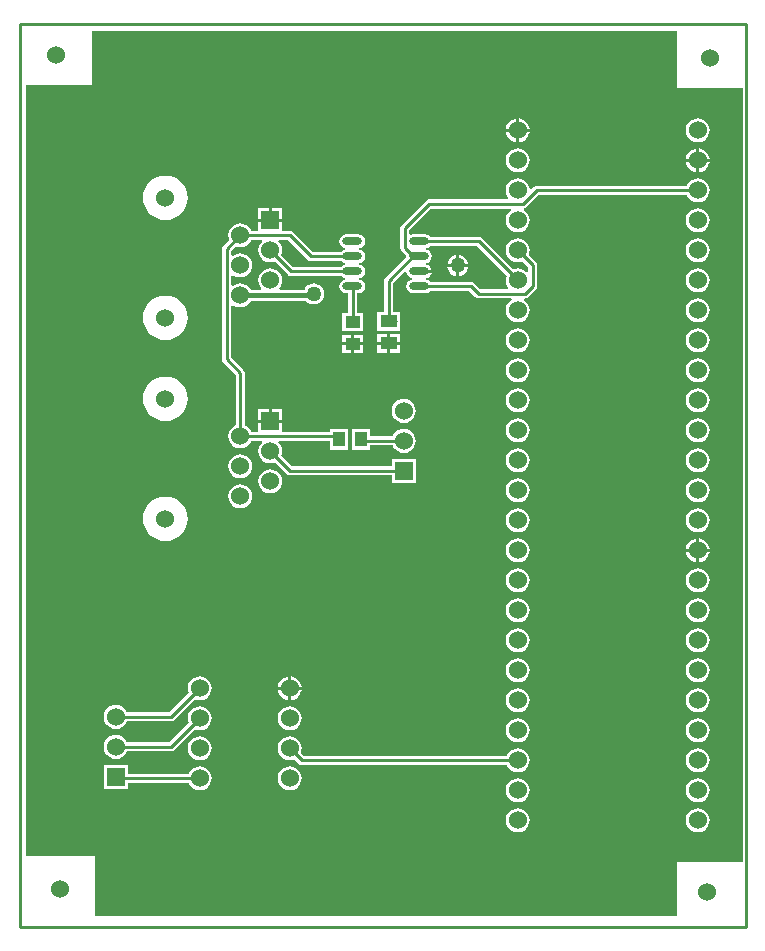
<source format=gtl>
G04*
G04 #@! TF.GenerationSoftware,Altium Limited,Altium Designer,19.1.8 (144)*
G04*
G04 Layer_Physical_Order=1*
G04 Layer_Color=255*
%FSLAX25Y25*%
%MOIN*%
G70*
G01*
G75*
%ADD12C,0.01000*%
%ADD14R,0.04134X0.05118*%
%ADD15R,0.05512X0.04134*%
%ADD16R,0.05118X0.04134*%
%ADD17O,0.06496X0.02559*%
%ADD25C,0.01500*%
%ADD26C,0.06000*%
%ADD27R,0.06000X0.06000*%
%ADD28C,0.05000*%
G36*
X220000Y280500D02*
X242000D01*
X242000Y22500D01*
X220000D01*
Y4500D01*
X26000D01*
Y24500D01*
X3000Y24500D01*
X3000Y281500D01*
X25000D01*
Y299500D01*
X220000D01*
X220000Y280500D01*
D02*
G37*
%LPC*%
G36*
X167500Y270469D02*
Y267000D01*
X170969D01*
X170897Y267544D01*
X170494Y268517D01*
X169853Y269353D01*
X169017Y269994D01*
X168044Y270397D01*
X167500Y270469D01*
D02*
G37*
G36*
X166500D02*
X165956Y270397D01*
X164983Y269994D01*
X164147Y269353D01*
X163506Y268517D01*
X163103Y267544D01*
X163031Y267000D01*
X166500D01*
Y270469D01*
D02*
G37*
G36*
X170969Y266000D02*
X167500D01*
Y262531D01*
X168044Y262603D01*
X169017Y263006D01*
X169853Y263647D01*
X170494Y264483D01*
X170897Y265456D01*
X170969Y266000D01*
D02*
G37*
G36*
X166500D02*
X163031D01*
X163103Y265456D01*
X163506Y264483D01*
X164147Y263647D01*
X164983Y263006D01*
X165956Y262603D01*
X166500Y262531D01*
Y266000D01*
D02*
G37*
G36*
X227000Y270534D02*
X225956Y270397D01*
X224983Y269994D01*
X224147Y269353D01*
X223506Y268517D01*
X223103Y267544D01*
X222966Y266500D01*
X223103Y265456D01*
X223506Y264483D01*
X224147Y263647D01*
X224983Y263006D01*
X225956Y262603D01*
X227000Y262466D01*
X228044Y262603D01*
X229017Y263006D01*
X229853Y263647D01*
X230494Y264483D01*
X230897Y265456D01*
X231034Y266500D01*
X230897Y267544D01*
X230494Y268517D01*
X229853Y269353D01*
X229017Y269994D01*
X228044Y270397D01*
X227000Y270534D01*
D02*
G37*
G36*
X227500Y260469D02*
Y257000D01*
X230969D01*
X230897Y257544D01*
X230494Y258517D01*
X229853Y259353D01*
X229017Y259994D01*
X228044Y260397D01*
X227500Y260469D01*
D02*
G37*
G36*
X226500D02*
X225956Y260397D01*
X224983Y259994D01*
X224147Y259353D01*
X223506Y258517D01*
X223103Y257544D01*
X223031Y257000D01*
X226500D01*
Y260469D01*
D02*
G37*
G36*
X230969Y256000D02*
X227500D01*
Y252531D01*
X228044Y252603D01*
X229017Y253006D01*
X229853Y253647D01*
X230494Y254483D01*
X230897Y255456D01*
X230969Y256000D01*
D02*
G37*
G36*
X226500D02*
X223031D01*
X223103Y255456D01*
X223506Y254483D01*
X224147Y253647D01*
X224983Y253006D01*
X225956Y252603D01*
X226500Y252531D01*
Y256000D01*
D02*
G37*
G36*
X167000Y260535D02*
X165956Y260397D01*
X164983Y259994D01*
X164147Y259353D01*
X163506Y258517D01*
X163103Y257544D01*
X162966Y256500D01*
X163103Y255456D01*
X163506Y254483D01*
X164147Y253647D01*
X164983Y253006D01*
X165956Y252603D01*
X167000Y252466D01*
X168044Y252603D01*
X169017Y253006D01*
X169853Y253647D01*
X170494Y254483D01*
X170897Y255456D01*
X171035Y256500D01*
X170897Y257544D01*
X170494Y258517D01*
X169853Y259353D01*
X169017Y259994D01*
X168044Y260397D01*
X167000Y260535D01*
D02*
G37*
G36*
X227000Y250535D02*
X225956Y250397D01*
X224983Y249994D01*
X224147Y249353D01*
X223506Y248517D01*
X223304Y248029D01*
X173364D01*
X172779Y247913D01*
X172283Y247581D01*
X171500Y246798D01*
X170972Y246978D01*
X170897Y247544D01*
X170494Y248517D01*
X169853Y249353D01*
X169017Y249994D01*
X168044Y250397D01*
X167000Y250535D01*
X165956Y250397D01*
X164983Y249994D01*
X164147Y249353D01*
X163506Y248517D01*
X163103Y247544D01*
X162966Y246500D01*
X163103Y245456D01*
X163506Y244483D01*
X163890Y243983D01*
X163643Y243483D01*
X137454D01*
X136868Y243367D01*
X136372Y243035D01*
X128293Y234956D01*
X127961Y234459D01*
X127845Y233874D01*
Y227279D01*
X127961Y226694D01*
X128293Y226198D01*
X129856Y224635D01*
X129829Y224500D01*
X129856Y224365D01*
X122919Y217428D01*
X122587Y216932D01*
X122471Y216347D01*
Y205850D01*
X120244D01*
Y199716D01*
X127756D01*
Y202636D01*
X127785Y202783D01*
X127756Y202931D01*
Y205850D01*
X125529D01*
Y215713D01*
X129369Y219552D01*
X129862Y219338D01*
X130006Y218611D01*
X130510Y217857D01*
X131264Y217353D01*
X131756Y217255D01*
Y216745D01*
X131264Y216647D01*
X130510Y216143D01*
X130006Y215389D01*
X129829Y214500D01*
X130006Y213611D01*
X130510Y212857D01*
X131264Y212353D01*
X132153Y212176D01*
X136091D01*
X136980Y212353D01*
X137734Y212857D01*
X137810Y212971D01*
X150805D01*
X152857Y210919D01*
X153353Y210587D01*
X153938Y210471D01*
X164700D01*
X164955Y210024D01*
X164952Y209971D01*
X164147Y209353D01*
X163506Y208517D01*
X163103Y207544D01*
X162966Y206500D01*
X163103Y205456D01*
X163506Y204483D01*
X164147Y203647D01*
X164983Y203006D01*
X165956Y202603D01*
X167000Y202466D01*
X168044Y202603D01*
X169017Y203006D01*
X169853Y203647D01*
X170494Y204483D01*
X170897Y205456D01*
X171035Y206500D01*
X170897Y207544D01*
X170494Y208517D01*
X169853Y209353D01*
X169048Y209971D01*
X169045Y210024D01*
X169300Y210471D01*
X169500D01*
X170085Y210587D01*
X170581Y210919D01*
X173081Y213419D01*
X173413Y213915D01*
X173529Y214500D01*
Y221500D01*
X173413Y222085D01*
X173081Y222581D01*
X170695Y224968D01*
X170897Y225456D01*
X171035Y226500D01*
X170897Y227544D01*
X170494Y228517D01*
X169853Y229353D01*
X169017Y229994D01*
X168044Y230397D01*
X167000Y230535D01*
X165956Y230397D01*
X164983Y229994D01*
X164147Y229353D01*
X163506Y228517D01*
X163103Y227544D01*
X162966Y226500D01*
X163103Y225456D01*
X163506Y224483D01*
X164147Y223647D01*
X164983Y223006D01*
X165956Y222603D01*
X167000Y222465D01*
X168044Y222603D01*
X168532Y222805D01*
X170471Y220866D01*
Y219325D01*
X169997Y219165D01*
X169853Y219353D01*
X169017Y219994D01*
X168044Y220397D01*
X167000Y220534D01*
X165956Y220397D01*
X165468Y220195D01*
X155081Y230581D01*
X154585Y230913D01*
X154000Y231029D01*
X137810D01*
X137734Y231143D01*
X136980Y231647D01*
X136091Y231824D01*
X132153D01*
X131403Y231675D01*
X130903Y231962D01*
Y233241D01*
X138087Y240424D01*
X164760D01*
X164826Y240296D01*
X164892Y239924D01*
X164147Y239353D01*
X163506Y238517D01*
X163103Y237544D01*
X162966Y236500D01*
X163103Y235456D01*
X163506Y234483D01*
X164147Y233647D01*
X164983Y233006D01*
X165956Y232603D01*
X167000Y232466D01*
X168044Y232603D01*
X169017Y233006D01*
X169853Y233647D01*
X170494Y234483D01*
X170897Y235456D01*
X171035Y236500D01*
X170897Y237544D01*
X170494Y238517D01*
X169853Y239353D01*
X169059Y239962D01*
X169051Y240135D01*
X169133Y240487D01*
X169403Y240541D01*
X169899Y240872D01*
X173997Y244971D01*
X223304D01*
X223506Y244483D01*
X224147Y243647D01*
X224983Y243006D01*
X225956Y242603D01*
X227000Y242465D01*
X228044Y242603D01*
X229017Y243006D01*
X229853Y243647D01*
X230494Y244483D01*
X230897Y245456D01*
X231034Y246500D01*
X230897Y247544D01*
X230494Y248517D01*
X229853Y249353D01*
X229017Y249994D01*
X228044Y250397D01*
X227000Y250535D01*
D02*
G37*
G36*
X88500Y240500D02*
X85000D01*
Y237000D01*
X88500D01*
Y240500D01*
D02*
G37*
G36*
X84000D02*
X80500D01*
Y237000D01*
X84000D01*
Y240500D01*
D02*
G37*
G36*
X49500Y251433D02*
X48050Y251291D01*
X46655Y250868D01*
X45370Y250181D01*
X44244Y249256D01*
X43319Y248130D01*
X42632Y246845D01*
X42209Y245450D01*
X42067Y244000D01*
X42209Y242550D01*
X42632Y241155D01*
X43319Y239870D01*
X44244Y238744D01*
X45370Y237819D01*
X46655Y237132D01*
X48050Y236709D01*
X49500Y236567D01*
X50950Y236709D01*
X52345Y237132D01*
X53630Y237819D01*
X54756Y238744D01*
X55681Y239870D01*
X56368Y241155D01*
X56791Y242550D01*
X56933Y244000D01*
X56791Y245450D01*
X56368Y246845D01*
X55681Y248130D01*
X54756Y249256D01*
X53630Y250181D01*
X52345Y250868D01*
X50950Y251291D01*
X49500Y251433D01*
D02*
G37*
G36*
X88500Y236000D02*
X84500D01*
X80500D01*
Y233029D01*
X78196D01*
X77994Y233517D01*
X77353Y234353D01*
X76517Y234994D01*
X75544Y235397D01*
X74500Y235535D01*
X73456Y235397D01*
X72483Y234994D01*
X71647Y234353D01*
X71006Y233517D01*
X70603Y232544D01*
X70465Y231500D01*
X70603Y230456D01*
X70805Y229968D01*
X68919Y228081D01*
X68587Y227585D01*
X68471Y227000D01*
Y190176D01*
X68587Y189591D01*
X68919Y189095D01*
X72971Y185043D01*
Y168196D01*
X72483Y167994D01*
X71647Y167353D01*
X71006Y166517D01*
X70603Y165544D01*
X70465Y164500D01*
X70603Y163456D01*
X71006Y162483D01*
X71647Y161647D01*
X72483Y161006D01*
X73456Y160603D01*
X74500Y160466D01*
X75544Y160603D01*
X76517Y161006D01*
X77353Y161647D01*
X77994Y162483D01*
X78196Y162971D01*
X81674D01*
X81835Y162497D01*
X81647Y162353D01*
X81006Y161517D01*
X80603Y160544D01*
X80466Y159500D01*
X80603Y158456D01*
X81006Y157483D01*
X81647Y156647D01*
X82483Y156006D01*
X83456Y155603D01*
X84500Y155465D01*
X85544Y155603D01*
X86032Y155805D01*
X89919Y151919D01*
X90415Y151587D01*
X91000Y151471D01*
X125000D01*
Y149000D01*
X133000D01*
Y157000D01*
X125000D01*
Y154529D01*
X91633D01*
X88195Y157968D01*
X88397Y158456D01*
X88534Y159500D01*
X88397Y160544D01*
X87994Y161517D01*
X87353Y162353D01*
X87165Y162497D01*
X87326Y162971D01*
X104433D01*
Y159941D01*
X110567D01*
Y167059D01*
X104433D01*
Y166029D01*
X88500D01*
Y169000D01*
X84500D01*
X80500D01*
Y166029D01*
X78196D01*
X77994Y166517D01*
X77353Y167353D01*
X76517Y167994D01*
X76029Y168196D01*
Y185677D01*
X75913Y186262D01*
X75581Y186758D01*
X71529Y190810D01*
Y208107D01*
X72029Y208354D01*
X72483Y208006D01*
X73456Y207603D01*
X74500Y207466D01*
X75544Y207603D01*
X76517Y208006D01*
X77353Y208647D01*
X77994Y209483D01*
X78091Y209716D01*
X96341D01*
X96504Y209504D01*
X97235Y208943D01*
X98086Y208590D01*
X99000Y208470D01*
X99914Y208590D01*
X100765Y208943D01*
X101496Y209504D01*
X102057Y210235D01*
X102410Y211086D01*
X102530Y212000D01*
X102410Y212914D01*
X102057Y213765D01*
X101496Y214496D01*
X100765Y215057D01*
X99914Y215410D01*
X99000Y215530D01*
X98086Y215410D01*
X97235Y215057D01*
X96504Y214496D01*
X95943Y213765D01*
X95744Y213284D01*
X87648D01*
X87458Y213784D01*
X87994Y214483D01*
X88397Y215456D01*
X88534Y216500D01*
X88397Y217544D01*
X87994Y218517D01*
X87353Y219353D01*
X86517Y219994D01*
X85544Y220397D01*
X84500Y220534D01*
X83456Y220397D01*
X82483Y219994D01*
X81647Y219353D01*
X81006Y218517D01*
X80603Y217544D01*
X80466Y216500D01*
X80603Y215456D01*
X81006Y214483D01*
X81542Y213784D01*
X81352Y213284D01*
X78091D01*
X77994Y213517D01*
X77353Y214353D01*
X76517Y214994D01*
X75544Y215397D01*
X74500Y215534D01*
X73456Y215397D01*
X72483Y214994D01*
X72029Y214646D01*
X71529Y214893D01*
Y218107D01*
X72029Y218354D01*
X72483Y218006D01*
X73456Y217603D01*
X74500Y217465D01*
X75544Y217603D01*
X76517Y218006D01*
X77353Y218647D01*
X77994Y219483D01*
X78397Y220456D01*
X78535Y221500D01*
X78397Y222544D01*
X77994Y223517D01*
X77353Y224353D01*
X76517Y224994D01*
X75544Y225397D01*
X74500Y225535D01*
X73456Y225397D01*
X72483Y224994D01*
X72029Y224646D01*
X71529Y224893D01*
Y226366D01*
X72968Y227805D01*
X73456Y227603D01*
X74500Y227466D01*
X75544Y227603D01*
X76517Y228006D01*
X77353Y228647D01*
X77994Y229483D01*
X78196Y229971D01*
X81674D01*
X81835Y229497D01*
X81647Y229353D01*
X81006Y228517D01*
X80603Y227544D01*
X80466Y226500D01*
X80603Y225456D01*
X81006Y224483D01*
X81647Y223647D01*
X82483Y223006D01*
X83456Y222603D01*
X84500Y222465D01*
X85544Y222603D01*
X86032Y222805D01*
X90419Y218419D01*
X90915Y218087D01*
X91500Y217971D01*
X108190D01*
X108266Y217857D01*
X109020Y217353D01*
X109512Y217255D01*
Y216745D01*
X109020Y216647D01*
X108266Y216143D01*
X107762Y215389D01*
X107585Y214500D01*
X107762Y213611D01*
X108266Y212857D01*
X109020Y212353D01*
X109909Y212176D01*
X110471D01*
Y205709D01*
X108441D01*
Y199575D01*
X115559D01*
Y205709D01*
X113529D01*
Y212176D01*
X113847D01*
X114736Y212353D01*
X115490Y212857D01*
X115994Y213611D01*
X116171Y214500D01*
X115994Y215389D01*
X115490Y216143D01*
X114736Y216647D01*
X114244Y216745D01*
Y217255D01*
X114736Y217353D01*
X115490Y217857D01*
X115994Y218611D01*
X116171Y219500D01*
X115994Y220389D01*
X115490Y221143D01*
X114736Y221647D01*
X114244Y221745D01*
Y222255D01*
X114736Y222353D01*
X115490Y222857D01*
X115994Y223611D01*
X116171Y224500D01*
X115994Y225389D01*
X115490Y226143D01*
X114736Y226647D01*
X114244Y226745D01*
Y227255D01*
X114736Y227353D01*
X115490Y227857D01*
X115994Y228611D01*
X116171Y229500D01*
X115994Y230389D01*
X115490Y231143D01*
X114736Y231647D01*
X113847Y231824D01*
X109909D01*
X109020Y231647D01*
X108266Y231143D01*
X107762Y230389D01*
X107585Y229500D01*
X107762Y228611D01*
X108266Y227857D01*
X109020Y227353D01*
X109512Y227255D01*
Y226745D01*
X109020Y226647D01*
X108266Y226143D01*
X108190Y226029D01*
X98627D01*
X92075Y232581D01*
X91579Y232913D01*
X90994Y233029D01*
X88500D01*
Y236000D01*
D02*
G37*
G36*
X227000Y240534D02*
X225956Y240397D01*
X224983Y239994D01*
X224147Y239353D01*
X223506Y238517D01*
X223103Y237544D01*
X222966Y236500D01*
X223103Y235456D01*
X223506Y234483D01*
X224147Y233647D01*
X224983Y233006D01*
X225956Y232603D01*
X227000Y232466D01*
X228044Y232603D01*
X229017Y233006D01*
X229853Y233647D01*
X230494Y234483D01*
X230897Y235456D01*
X231034Y236500D01*
X230897Y237544D01*
X230494Y238517D01*
X229853Y239353D01*
X229017Y239994D01*
X228044Y240397D01*
X227000Y240534D01*
D02*
G37*
G36*
Y230535D02*
X225956Y230397D01*
X224983Y229994D01*
X224147Y229353D01*
X223506Y228517D01*
X223103Y227544D01*
X222966Y226500D01*
X223103Y225456D01*
X223506Y224483D01*
X224147Y223647D01*
X224983Y223006D01*
X225956Y222603D01*
X227000Y222465D01*
X228044Y222603D01*
X229017Y223006D01*
X229853Y223647D01*
X230494Y224483D01*
X230897Y225456D01*
X231034Y226500D01*
X230897Y227544D01*
X230494Y228517D01*
X229853Y229353D01*
X229017Y229994D01*
X228044Y230397D01*
X227000Y230535D01*
D02*
G37*
G36*
Y220534D02*
X225956Y220397D01*
X224983Y219994D01*
X224147Y219353D01*
X223506Y218517D01*
X223103Y217544D01*
X222966Y216500D01*
X223103Y215456D01*
X223506Y214483D01*
X224147Y213647D01*
X224983Y213006D01*
X225956Y212603D01*
X227000Y212466D01*
X228044Y212603D01*
X229017Y213006D01*
X229853Y213647D01*
X230494Y214483D01*
X230897Y215456D01*
X231034Y216500D01*
X230897Y217544D01*
X230494Y218517D01*
X229853Y219353D01*
X229017Y219994D01*
X228044Y220397D01*
X227000Y220534D01*
D02*
G37*
G36*
Y210535D02*
X225956Y210397D01*
X224983Y209994D01*
X224147Y209353D01*
X223506Y208517D01*
X223103Y207544D01*
X222966Y206500D01*
X223103Y205456D01*
X223506Y204483D01*
X224147Y203647D01*
X224983Y203006D01*
X225956Y202603D01*
X227000Y202466D01*
X228044Y202603D01*
X229017Y203006D01*
X229853Y203647D01*
X230494Y204483D01*
X230897Y205456D01*
X231034Y206500D01*
X230897Y207544D01*
X230494Y208517D01*
X229853Y209353D01*
X229017Y209994D01*
X228044Y210397D01*
X227000Y210535D01*
D02*
G37*
G36*
X49500Y211433D02*
X48050Y211291D01*
X46655Y210868D01*
X45370Y210181D01*
X44244Y209256D01*
X43319Y208130D01*
X42632Y206845D01*
X42209Y205450D01*
X42067Y204000D01*
X42209Y202550D01*
X42632Y201155D01*
X43319Y199870D01*
X44244Y198744D01*
X45370Y197819D01*
X46655Y197132D01*
X48050Y196709D01*
X49500Y196567D01*
X50950Y196709D01*
X52345Y197132D01*
X53630Y197819D01*
X54756Y198744D01*
X55681Y199870D01*
X56368Y201155D01*
X56791Y202550D01*
X56933Y204000D01*
X56791Y205450D01*
X56368Y206845D01*
X55681Y208130D01*
X54756Y209256D01*
X53630Y210181D01*
X52345Y210868D01*
X50950Y211291D01*
X49500Y211433D01*
D02*
G37*
G36*
X127756Y198567D02*
X124500D01*
Y196000D01*
X127756D01*
Y198567D01*
D02*
G37*
G36*
X123500D02*
X120244D01*
Y196000D01*
X123500D01*
Y198567D01*
D02*
G37*
G36*
X115559Y198425D02*
X112500D01*
Y195858D01*
X115559D01*
Y198425D01*
D02*
G37*
G36*
X111500D02*
X108441D01*
Y195858D01*
X111500D01*
Y198425D01*
D02*
G37*
G36*
X227000Y200535D02*
X225956Y200397D01*
X224983Y199994D01*
X224147Y199353D01*
X223506Y198517D01*
X223103Y197544D01*
X222966Y196500D01*
X223103Y195456D01*
X223506Y194483D01*
X224147Y193647D01*
X224983Y193006D01*
X225956Y192603D01*
X227000Y192465D01*
X228044Y192603D01*
X229017Y193006D01*
X229853Y193647D01*
X230494Y194483D01*
X230897Y195456D01*
X231034Y196500D01*
X230897Y197544D01*
X230494Y198517D01*
X229853Y199353D01*
X229017Y199994D01*
X228044Y200397D01*
X227000Y200535D01*
D02*
G37*
G36*
X167000D02*
X165956Y200397D01*
X164983Y199994D01*
X164147Y199353D01*
X163506Y198517D01*
X163103Y197544D01*
X162966Y196500D01*
X163103Y195456D01*
X163506Y194483D01*
X164147Y193647D01*
X164983Y193006D01*
X165956Y192603D01*
X167000Y192465D01*
X168044Y192603D01*
X169017Y193006D01*
X169853Y193647D01*
X170494Y194483D01*
X170897Y195456D01*
X171035Y196500D01*
X170897Y197544D01*
X170494Y198517D01*
X169853Y199353D01*
X169017Y199994D01*
X168044Y200397D01*
X167000Y200535D01*
D02*
G37*
G36*
X127756Y195000D02*
X124500D01*
Y192433D01*
X127756D01*
Y195000D01*
D02*
G37*
G36*
X123500D02*
X120244D01*
Y192433D01*
X123500D01*
Y195000D01*
D02*
G37*
G36*
X115559Y194858D02*
X112500D01*
Y192291D01*
X115559D01*
Y194858D01*
D02*
G37*
G36*
X111500D02*
X108441D01*
Y192291D01*
X111500D01*
Y194858D01*
D02*
G37*
G36*
X227000Y190534D02*
X225956Y190397D01*
X224983Y189994D01*
X224147Y189353D01*
X223506Y188517D01*
X223103Y187544D01*
X222966Y186500D01*
X223103Y185456D01*
X223506Y184483D01*
X224147Y183647D01*
X224983Y183006D01*
X225956Y182603D01*
X227000Y182466D01*
X228044Y182603D01*
X229017Y183006D01*
X229853Y183647D01*
X230494Y184483D01*
X230897Y185456D01*
X231034Y186500D01*
X230897Y187544D01*
X230494Y188517D01*
X229853Y189353D01*
X229017Y189994D01*
X228044Y190397D01*
X227000Y190534D01*
D02*
G37*
G36*
X167000D02*
X165956Y190397D01*
X164983Y189994D01*
X164147Y189353D01*
X163506Y188517D01*
X163103Y187544D01*
X162966Y186500D01*
X163103Y185456D01*
X163506Y184483D01*
X164147Y183647D01*
X164983Y183006D01*
X165956Y182603D01*
X167000Y182466D01*
X168044Y182603D01*
X169017Y183006D01*
X169853Y183647D01*
X170494Y184483D01*
X170897Y185456D01*
X171035Y186500D01*
X170897Y187544D01*
X170494Y188517D01*
X169853Y189353D01*
X169017Y189994D01*
X168044Y190397D01*
X167000Y190534D01*
D02*
G37*
G36*
X227000Y180535D02*
X225956Y180397D01*
X224983Y179994D01*
X224147Y179353D01*
X223506Y178517D01*
X223103Y177544D01*
X222966Y176500D01*
X223103Y175456D01*
X223506Y174483D01*
X224147Y173647D01*
X224983Y173006D01*
X225956Y172603D01*
X227000Y172466D01*
X228044Y172603D01*
X229017Y173006D01*
X229853Y173647D01*
X230494Y174483D01*
X230897Y175456D01*
X231034Y176500D01*
X230897Y177544D01*
X230494Y178517D01*
X229853Y179353D01*
X229017Y179994D01*
X228044Y180397D01*
X227000Y180535D01*
D02*
G37*
G36*
X167000D02*
X165956Y180397D01*
X164983Y179994D01*
X164147Y179353D01*
X163506Y178517D01*
X163103Y177544D01*
X162966Y176500D01*
X163103Y175456D01*
X163506Y174483D01*
X164147Y173647D01*
X164983Y173006D01*
X165956Y172603D01*
X167000Y172466D01*
X168044Y172603D01*
X169017Y173006D01*
X169853Y173647D01*
X170494Y174483D01*
X170897Y175456D01*
X171035Y176500D01*
X170897Y177544D01*
X170494Y178517D01*
X169853Y179353D01*
X169017Y179994D01*
X168044Y180397D01*
X167000Y180535D01*
D02*
G37*
G36*
X88500Y173500D02*
X85000D01*
Y170000D01*
X88500D01*
Y173500D01*
D02*
G37*
G36*
X84000D02*
X80500D01*
Y170000D01*
X84000D01*
Y173500D01*
D02*
G37*
G36*
X49500Y184433D02*
X48050Y184291D01*
X46655Y183868D01*
X45370Y183181D01*
X44244Y182256D01*
X43319Y181130D01*
X42632Y179845D01*
X42209Y178450D01*
X42067Y177000D01*
X42209Y175550D01*
X42632Y174155D01*
X43319Y172870D01*
X44244Y171744D01*
X45370Y170819D01*
X46655Y170132D01*
X48050Y169709D01*
X49500Y169567D01*
X50950Y169709D01*
X52345Y170132D01*
X53630Y170819D01*
X54756Y171744D01*
X55681Y172870D01*
X56368Y174155D01*
X56791Y175550D01*
X56933Y177000D01*
X56791Y178450D01*
X56368Y179845D01*
X55681Y181130D01*
X54756Y182256D01*
X53630Y183181D01*
X52345Y183868D01*
X50950Y184291D01*
X49500Y184433D01*
D02*
G37*
G36*
X129000Y177034D02*
X127956Y176897D01*
X126983Y176494D01*
X126147Y175853D01*
X125506Y175017D01*
X125103Y174044D01*
X124966Y173000D01*
X125103Y171956D01*
X125506Y170983D01*
X126147Y170147D01*
X126983Y169506D01*
X127956Y169103D01*
X129000Y168965D01*
X130044Y169103D01*
X131017Y169506D01*
X131853Y170147D01*
X132494Y170983D01*
X132897Y171956D01*
X133035Y173000D01*
X132897Y174044D01*
X132494Y175017D01*
X131853Y175853D01*
X131017Y176494D01*
X130044Y176897D01*
X129000Y177034D01*
D02*
G37*
G36*
X227000Y170535D02*
X225956Y170397D01*
X224983Y169994D01*
X224147Y169353D01*
X223506Y168517D01*
X223103Y167544D01*
X222966Y166500D01*
X223103Y165456D01*
X223506Y164483D01*
X224147Y163647D01*
X224983Y163006D01*
X225956Y162603D01*
X227000Y162466D01*
X228044Y162603D01*
X229017Y163006D01*
X229853Y163647D01*
X230494Y164483D01*
X230897Y165456D01*
X231034Y166500D01*
X230897Y167544D01*
X230494Y168517D01*
X229853Y169353D01*
X229017Y169994D01*
X228044Y170397D01*
X227000Y170535D01*
D02*
G37*
G36*
X167000D02*
X165956Y170397D01*
X164983Y169994D01*
X164147Y169353D01*
X163506Y168517D01*
X163103Y167544D01*
X162966Y166500D01*
X163103Y165456D01*
X163506Y164483D01*
X164147Y163647D01*
X164983Y163006D01*
X165956Y162603D01*
X167000Y162466D01*
X168044Y162603D01*
X169017Y163006D01*
X169853Y163647D01*
X170494Y164483D01*
X170897Y165456D01*
X171035Y166500D01*
X170897Y167544D01*
X170494Y168517D01*
X169853Y169353D01*
X169017Y169994D01*
X168044Y170397D01*
X167000Y170535D01*
D02*
G37*
G36*
X117850Y167059D02*
X111716D01*
Y159941D01*
X117850D01*
Y161471D01*
X125304D01*
X125506Y160983D01*
X126147Y160147D01*
X126983Y159506D01*
X127956Y159103D01*
X129000Y158966D01*
X130044Y159103D01*
X131017Y159506D01*
X131853Y160147D01*
X132494Y160983D01*
X132897Y161956D01*
X133035Y163000D01*
X132897Y164044D01*
X132494Y165017D01*
X131853Y165853D01*
X131017Y166494D01*
X130044Y166897D01*
X129000Y167034D01*
X127956Y166897D01*
X126983Y166494D01*
X126147Y165853D01*
X125506Y165017D01*
X125304Y164529D01*
X117850D01*
Y167059D01*
D02*
G37*
G36*
X227000Y160535D02*
X225956Y160397D01*
X224983Y159994D01*
X224147Y159353D01*
X223506Y158517D01*
X223103Y157544D01*
X222966Y156500D01*
X223103Y155456D01*
X223506Y154483D01*
X224147Y153647D01*
X224983Y153006D01*
X225956Y152603D01*
X227000Y152465D01*
X228044Y152603D01*
X229017Y153006D01*
X229853Y153647D01*
X230494Y154483D01*
X230897Y155456D01*
X231034Y156500D01*
X230897Y157544D01*
X230494Y158517D01*
X229853Y159353D01*
X229017Y159994D01*
X228044Y160397D01*
X227000Y160535D01*
D02*
G37*
G36*
X167000D02*
X165956Y160397D01*
X164983Y159994D01*
X164147Y159353D01*
X163506Y158517D01*
X163103Y157544D01*
X162966Y156500D01*
X163103Y155456D01*
X163506Y154483D01*
X164147Y153647D01*
X164983Y153006D01*
X165956Y152603D01*
X167000Y152465D01*
X168044Y152603D01*
X169017Y153006D01*
X169853Y153647D01*
X170494Y154483D01*
X170897Y155456D01*
X171035Y156500D01*
X170897Y157544D01*
X170494Y158517D01*
X169853Y159353D01*
X169017Y159994D01*
X168044Y160397D01*
X167000Y160535D01*
D02*
G37*
G36*
X74500Y158535D02*
X73456Y158397D01*
X72483Y157994D01*
X71647Y157353D01*
X71006Y156517D01*
X70603Y155544D01*
X70465Y154500D01*
X70603Y153456D01*
X71006Y152483D01*
X71647Y151647D01*
X72483Y151006D01*
X73456Y150603D01*
X74500Y150466D01*
X75544Y150603D01*
X76517Y151006D01*
X77353Y151647D01*
X77994Y152483D01*
X78397Y153456D01*
X78535Y154500D01*
X78397Y155544D01*
X77994Y156517D01*
X77353Y157353D01*
X76517Y157994D01*
X75544Y158397D01*
X74500Y158535D01*
D02*
G37*
G36*
X84500Y153534D02*
X83456Y153397D01*
X82483Y152994D01*
X81647Y152353D01*
X81006Y151517D01*
X80603Y150544D01*
X80466Y149500D01*
X80603Y148456D01*
X81006Y147483D01*
X81647Y146647D01*
X82483Y146006D01*
X83456Y145603D01*
X84500Y145466D01*
X85544Y145603D01*
X86517Y146006D01*
X87353Y146647D01*
X87994Y147483D01*
X88397Y148456D01*
X88534Y149500D01*
X88397Y150544D01*
X87994Y151517D01*
X87353Y152353D01*
X86517Y152994D01*
X85544Y153397D01*
X84500Y153534D01*
D02*
G37*
G36*
X227000Y150534D02*
X225956Y150397D01*
X224983Y149994D01*
X224147Y149353D01*
X223506Y148517D01*
X223103Y147544D01*
X222966Y146500D01*
X223103Y145456D01*
X223506Y144483D01*
X224147Y143647D01*
X224983Y143006D01*
X225956Y142603D01*
X227000Y142465D01*
X228044Y142603D01*
X229017Y143006D01*
X229853Y143647D01*
X230494Y144483D01*
X230897Y145456D01*
X231034Y146500D01*
X230897Y147544D01*
X230494Y148517D01*
X229853Y149353D01*
X229017Y149994D01*
X228044Y150397D01*
X227000Y150534D01*
D02*
G37*
G36*
X167000D02*
X165956Y150397D01*
X164983Y149994D01*
X164147Y149353D01*
X163506Y148517D01*
X163103Y147544D01*
X162966Y146500D01*
X163103Y145456D01*
X163506Y144483D01*
X164147Y143647D01*
X164983Y143006D01*
X165956Y142603D01*
X167000Y142465D01*
X168044Y142603D01*
X169017Y143006D01*
X169853Y143647D01*
X170494Y144483D01*
X170897Y145456D01*
X171035Y146500D01*
X170897Y147544D01*
X170494Y148517D01*
X169853Y149353D01*
X169017Y149994D01*
X168044Y150397D01*
X167000Y150534D01*
D02*
G37*
G36*
X74500Y148535D02*
X73456Y148397D01*
X72483Y147994D01*
X71647Y147353D01*
X71006Y146517D01*
X70603Y145544D01*
X70465Y144500D01*
X70603Y143456D01*
X71006Y142483D01*
X71647Y141647D01*
X72483Y141006D01*
X73456Y140603D01*
X74500Y140465D01*
X75544Y140603D01*
X76517Y141006D01*
X77353Y141647D01*
X77994Y142483D01*
X78397Y143456D01*
X78535Y144500D01*
X78397Y145544D01*
X77994Y146517D01*
X77353Y147353D01*
X76517Y147994D01*
X75544Y148397D01*
X74500Y148535D01*
D02*
G37*
G36*
X227000Y140534D02*
X225956Y140397D01*
X224983Y139994D01*
X224147Y139353D01*
X223506Y138517D01*
X223103Y137544D01*
X222966Y136500D01*
X223103Y135456D01*
X223506Y134483D01*
X224147Y133647D01*
X224983Y133006D01*
X225956Y132603D01*
X227000Y132466D01*
X228044Y132603D01*
X229017Y133006D01*
X229853Y133647D01*
X230494Y134483D01*
X230897Y135456D01*
X231034Y136500D01*
X230897Y137544D01*
X230494Y138517D01*
X229853Y139353D01*
X229017Y139994D01*
X228044Y140397D01*
X227000Y140534D01*
D02*
G37*
G36*
X167000D02*
X165956Y140397D01*
X164983Y139994D01*
X164147Y139353D01*
X163506Y138517D01*
X163103Y137544D01*
X162966Y136500D01*
X163103Y135456D01*
X163506Y134483D01*
X164147Y133647D01*
X164983Y133006D01*
X165956Y132603D01*
X167000Y132466D01*
X168044Y132603D01*
X169017Y133006D01*
X169853Y133647D01*
X170494Y134483D01*
X170897Y135456D01*
X171035Y136500D01*
X170897Y137544D01*
X170494Y138517D01*
X169853Y139353D01*
X169017Y139994D01*
X168044Y140397D01*
X167000Y140534D01*
D02*
G37*
G36*
X49500Y144433D02*
X48050Y144291D01*
X46655Y143868D01*
X45370Y143181D01*
X44244Y142256D01*
X43319Y141130D01*
X42632Y139845D01*
X42209Y138450D01*
X42067Y137000D01*
X42209Y135550D01*
X42632Y134155D01*
X43319Y132870D01*
X44244Y131744D01*
X45370Y130819D01*
X46655Y130132D01*
X48050Y129709D01*
X49500Y129567D01*
X50950Y129709D01*
X52345Y130132D01*
X53630Y130819D01*
X54756Y131744D01*
X55681Y132870D01*
X56368Y134155D01*
X56791Y135550D01*
X56933Y137000D01*
X56791Y138450D01*
X56368Y139845D01*
X55681Y141130D01*
X54756Y142256D01*
X53630Y143181D01*
X52345Y143868D01*
X50950Y144291D01*
X49500Y144433D01*
D02*
G37*
G36*
X227500Y130469D02*
Y127000D01*
X230969D01*
X230897Y127544D01*
X230494Y128517D01*
X229853Y129353D01*
X229017Y129994D01*
X228044Y130397D01*
X227500Y130469D01*
D02*
G37*
G36*
X226500D02*
X225956Y130397D01*
X224983Y129994D01*
X224147Y129353D01*
X223506Y128517D01*
X223103Y127544D01*
X223031Y127000D01*
X226500D01*
Y130469D01*
D02*
G37*
G36*
X230969Y126000D02*
X227500D01*
Y122531D01*
X228044Y122603D01*
X229017Y123006D01*
X229853Y123647D01*
X230494Y124483D01*
X230897Y125456D01*
X230969Y126000D01*
D02*
G37*
G36*
X226500D02*
X223031D01*
X223103Y125456D01*
X223506Y124483D01*
X224147Y123647D01*
X224983Y123006D01*
X225956Y122603D01*
X226500Y122531D01*
Y126000D01*
D02*
G37*
G36*
X167000Y130535D02*
X165956Y130397D01*
X164983Y129994D01*
X164147Y129353D01*
X163506Y128517D01*
X163103Y127544D01*
X162966Y126500D01*
X163103Y125456D01*
X163506Y124483D01*
X164147Y123647D01*
X164983Y123006D01*
X165956Y122603D01*
X167000Y122466D01*
X168044Y122603D01*
X169017Y123006D01*
X169853Y123647D01*
X170494Y124483D01*
X170897Y125456D01*
X171035Y126500D01*
X170897Y127544D01*
X170494Y128517D01*
X169853Y129353D01*
X169017Y129994D01*
X168044Y130397D01*
X167000Y130535D01*
D02*
G37*
G36*
X227000Y120535D02*
X225956Y120397D01*
X224983Y119994D01*
X224147Y119353D01*
X223506Y118517D01*
X223103Y117544D01*
X222966Y116500D01*
X223103Y115456D01*
X223506Y114483D01*
X224147Y113647D01*
X224983Y113006D01*
X225956Y112603D01*
X227000Y112466D01*
X228044Y112603D01*
X229017Y113006D01*
X229853Y113647D01*
X230494Y114483D01*
X230897Y115456D01*
X231034Y116500D01*
X230897Y117544D01*
X230494Y118517D01*
X229853Y119353D01*
X229017Y119994D01*
X228044Y120397D01*
X227000Y120535D01*
D02*
G37*
G36*
X167000D02*
X165956Y120397D01*
X164983Y119994D01*
X164147Y119353D01*
X163506Y118517D01*
X163103Y117544D01*
X162966Y116500D01*
X163103Y115456D01*
X163506Y114483D01*
X164147Y113647D01*
X164983Y113006D01*
X165956Y112603D01*
X167000Y112466D01*
X168044Y112603D01*
X169017Y113006D01*
X169853Y113647D01*
X170494Y114483D01*
X170897Y115456D01*
X171035Y116500D01*
X170897Y117544D01*
X170494Y118517D01*
X169853Y119353D01*
X169017Y119994D01*
X168044Y120397D01*
X167000Y120535D01*
D02*
G37*
G36*
X227000Y110535D02*
X225956Y110397D01*
X224983Y109994D01*
X224147Y109353D01*
X223506Y108517D01*
X223103Y107544D01*
X222966Y106500D01*
X223103Y105456D01*
X223506Y104483D01*
X224147Y103647D01*
X224983Y103006D01*
X225956Y102603D01*
X227000Y102465D01*
X228044Y102603D01*
X229017Y103006D01*
X229853Y103647D01*
X230494Y104483D01*
X230897Y105456D01*
X231034Y106500D01*
X230897Y107544D01*
X230494Y108517D01*
X229853Y109353D01*
X229017Y109994D01*
X228044Y110397D01*
X227000Y110535D01*
D02*
G37*
G36*
X167000D02*
X165956Y110397D01*
X164983Y109994D01*
X164147Y109353D01*
X163506Y108517D01*
X163103Y107544D01*
X162966Y106500D01*
X163103Y105456D01*
X163506Y104483D01*
X164147Y103647D01*
X164983Y103006D01*
X165956Y102603D01*
X167000Y102465D01*
X168044Y102603D01*
X169017Y103006D01*
X169853Y103647D01*
X170494Y104483D01*
X170897Y105456D01*
X171035Y106500D01*
X170897Y107544D01*
X170494Y108517D01*
X169853Y109353D01*
X169017Y109994D01*
X168044Y110397D01*
X167000Y110535D01*
D02*
G37*
G36*
X227000Y100534D02*
X225956Y100397D01*
X224983Y99994D01*
X224147Y99353D01*
X223506Y98517D01*
X223103Y97544D01*
X222966Y96500D01*
X223103Y95456D01*
X223506Y94483D01*
X224147Y93647D01*
X224983Y93006D01*
X225956Y92603D01*
X227000Y92466D01*
X228044Y92603D01*
X229017Y93006D01*
X229853Y93647D01*
X230494Y94483D01*
X230897Y95456D01*
X231034Y96500D01*
X230897Y97544D01*
X230494Y98517D01*
X229853Y99353D01*
X229017Y99994D01*
X228044Y100397D01*
X227000Y100534D01*
D02*
G37*
G36*
X167000D02*
X165956Y100397D01*
X164983Y99994D01*
X164147Y99353D01*
X163506Y98517D01*
X163103Y97544D01*
X162966Y96500D01*
X163103Y95456D01*
X163506Y94483D01*
X164147Y93647D01*
X164983Y93006D01*
X165956Y92603D01*
X167000Y92466D01*
X168044Y92603D01*
X169017Y93006D01*
X169853Y93647D01*
X170494Y94483D01*
X170897Y95456D01*
X171035Y96500D01*
X170897Y97544D01*
X170494Y98517D01*
X169853Y99353D01*
X169017Y99994D01*
X168044Y100397D01*
X167000Y100534D01*
D02*
G37*
G36*
X227000Y90535D02*
X225956Y90397D01*
X224983Y89994D01*
X224147Y89353D01*
X223506Y88517D01*
X223103Y87544D01*
X222966Y86500D01*
X223103Y85456D01*
X223506Y84483D01*
X224147Y83647D01*
X224983Y83006D01*
X225956Y82603D01*
X227000Y82465D01*
X228044Y82603D01*
X229017Y83006D01*
X229853Y83647D01*
X230494Y84483D01*
X230897Y85456D01*
X231034Y86500D01*
X230897Y87544D01*
X230494Y88517D01*
X229853Y89353D01*
X229017Y89994D01*
X228044Y90397D01*
X227000Y90535D01*
D02*
G37*
G36*
X167000D02*
X165956Y90397D01*
X164983Y89994D01*
X164147Y89353D01*
X163506Y88517D01*
X163103Y87544D01*
X162966Y86500D01*
X163103Y85456D01*
X163506Y84483D01*
X164147Y83647D01*
X164983Y83006D01*
X165956Y82603D01*
X167000Y82465D01*
X168044Y82603D01*
X169017Y83006D01*
X169853Y83647D01*
X170494Y84483D01*
X170897Y85456D01*
X171035Y86500D01*
X170897Y87544D01*
X170494Y88517D01*
X169853Y89353D01*
X169017Y89994D01*
X168044Y90397D01*
X167000Y90535D01*
D02*
G37*
G36*
X91500Y84469D02*
Y81000D01*
X94969D01*
X94897Y81544D01*
X94494Y82517D01*
X93853Y83353D01*
X93017Y83994D01*
X92044Y84397D01*
X91500Y84469D01*
D02*
G37*
G36*
X90500D02*
X89956Y84397D01*
X88983Y83994D01*
X88147Y83353D01*
X87506Y82517D01*
X87103Y81544D01*
X87031Y81000D01*
X90500D01*
Y84469D01*
D02*
G37*
G36*
X94969Y80000D02*
X91500D01*
Y76531D01*
X92044Y76603D01*
X93017Y77006D01*
X93853Y77647D01*
X94494Y78483D01*
X94897Y79456D01*
X94969Y80000D01*
D02*
G37*
G36*
X90500D02*
X87031D01*
X87103Y79456D01*
X87506Y78483D01*
X88147Y77647D01*
X88983Y77006D01*
X89956Y76603D01*
X90500Y76531D01*
Y80000D01*
D02*
G37*
G36*
X61000Y84535D02*
X59956Y84397D01*
X58983Y83994D01*
X58147Y83353D01*
X57506Y82517D01*
X57103Y81544D01*
X56966Y80500D01*
X57103Y79456D01*
X57305Y78968D01*
X50867Y72529D01*
X36696D01*
X36494Y73017D01*
X35853Y73853D01*
X35017Y74494D01*
X34044Y74897D01*
X33000Y75034D01*
X31956Y74897D01*
X30983Y74494D01*
X30147Y73853D01*
X29506Y73017D01*
X29103Y72044D01*
X28965Y71000D01*
X29103Y69956D01*
X29506Y68983D01*
X30147Y68147D01*
X30983Y67506D01*
X31956Y67103D01*
X33000Y66966D01*
X34044Y67103D01*
X35017Y67506D01*
X35853Y68147D01*
X36494Y68983D01*
X36696Y69471D01*
X51500D01*
X52085Y69587D01*
X52581Y69919D01*
X59468Y76805D01*
X59956Y76603D01*
X61000Y76465D01*
X62044Y76603D01*
X63017Y77006D01*
X63853Y77647D01*
X64494Y78483D01*
X64897Y79456D01*
X65035Y80500D01*
X64897Y81544D01*
X64494Y82517D01*
X63853Y83353D01*
X63017Y83994D01*
X62044Y84397D01*
X61000Y84535D01*
D02*
G37*
G36*
X227000Y80534D02*
X225956Y80397D01*
X224983Y79994D01*
X224147Y79353D01*
X223506Y78517D01*
X223103Y77544D01*
X222966Y76500D01*
X223103Y75456D01*
X223506Y74483D01*
X224147Y73647D01*
X224983Y73006D01*
X225956Y72603D01*
X227000Y72465D01*
X228044Y72603D01*
X229017Y73006D01*
X229853Y73647D01*
X230494Y74483D01*
X230897Y75456D01*
X231034Y76500D01*
X230897Y77544D01*
X230494Y78517D01*
X229853Y79353D01*
X229017Y79994D01*
X228044Y80397D01*
X227000Y80534D01*
D02*
G37*
G36*
X167000D02*
X165956Y80397D01*
X164983Y79994D01*
X164147Y79353D01*
X163506Y78517D01*
X163103Y77544D01*
X162966Y76500D01*
X163103Y75456D01*
X163506Y74483D01*
X164147Y73647D01*
X164983Y73006D01*
X165956Y72603D01*
X167000Y72465D01*
X168044Y72603D01*
X169017Y73006D01*
X169853Y73647D01*
X170494Y74483D01*
X170897Y75456D01*
X171035Y76500D01*
X170897Y77544D01*
X170494Y78517D01*
X169853Y79353D01*
X169017Y79994D01*
X168044Y80397D01*
X167000Y80534D01*
D02*
G37*
G36*
X91000Y74534D02*
X89956Y74397D01*
X88983Y73994D01*
X88147Y73353D01*
X87506Y72517D01*
X87103Y71544D01*
X86966Y70500D01*
X87103Y69456D01*
X87506Y68483D01*
X88147Y67647D01*
X88983Y67006D01*
X89956Y66603D01*
X91000Y66466D01*
X92044Y66603D01*
X93017Y67006D01*
X93853Y67647D01*
X94494Y68483D01*
X94897Y69456D01*
X95034Y70500D01*
X94897Y71544D01*
X94494Y72517D01*
X93853Y73353D01*
X93017Y73994D01*
X92044Y74397D01*
X91000Y74534D01*
D02*
G37*
G36*
X61000D02*
X59956Y74397D01*
X58983Y73994D01*
X58147Y73353D01*
X57506Y72517D01*
X57103Y71544D01*
X56966Y70500D01*
X57103Y69456D01*
X57305Y68968D01*
X50867Y62529D01*
X36696D01*
X36494Y63017D01*
X35853Y63853D01*
X35017Y64494D01*
X34044Y64897D01*
X33000Y65035D01*
X31956Y64897D01*
X30983Y64494D01*
X30147Y63853D01*
X29506Y63017D01*
X29103Y62044D01*
X28965Y61000D01*
X29103Y59956D01*
X29506Y58983D01*
X30147Y58147D01*
X30983Y57506D01*
X31956Y57103D01*
X33000Y56966D01*
X34044Y57103D01*
X35017Y57506D01*
X35853Y58147D01*
X36494Y58983D01*
X36696Y59471D01*
X51500D01*
X52085Y59587D01*
X52581Y59919D01*
X59468Y66805D01*
X59956Y66603D01*
X61000Y66466D01*
X62044Y66603D01*
X63017Y67006D01*
X63853Y67647D01*
X64494Y68483D01*
X64897Y69456D01*
X65035Y70500D01*
X64897Y71544D01*
X64494Y72517D01*
X63853Y73353D01*
X63017Y73994D01*
X62044Y74397D01*
X61000Y74534D01*
D02*
G37*
G36*
X227000Y70534D02*
X225956Y70397D01*
X224983Y69994D01*
X224147Y69353D01*
X223506Y68517D01*
X223103Y67544D01*
X222966Y66500D01*
X223103Y65456D01*
X223506Y64483D01*
X224147Y63647D01*
X224983Y63006D01*
X225956Y62603D01*
X227000Y62466D01*
X228044Y62603D01*
X229017Y63006D01*
X229853Y63647D01*
X230494Y64483D01*
X230897Y65456D01*
X231034Y66500D01*
X230897Y67544D01*
X230494Y68517D01*
X229853Y69353D01*
X229017Y69994D01*
X228044Y70397D01*
X227000Y70534D01*
D02*
G37*
G36*
X167000D02*
X165956Y70397D01*
X164983Y69994D01*
X164147Y69353D01*
X163506Y68517D01*
X163103Y67544D01*
X162966Y66500D01*
X163103Y65456D01*
X163506Y64483D01*
X164147Y63647D01*
X164983Y63006D01*
X165956Y62603D01*
X167000Y62466D01*
X168044Y62603D01*
X169017Y63006D01*
X169853Y63647D01*
X170494Y64483D01*
X170897Y65456D01*
X171035Y66500D01*
X170897Y67544D01*
X170494Y68517D01*
X169853Y69353D01*
X169017Y69994D01*
X168044Y70397D01*
X167000Y70534D01*
D02*
G37*
G36*
X61000Y64534D02*
X59956Y64397D01*
X58983Y63994D01*
X58147Y63353D01*
X57506Y62517D01*
X57103Y61544D01*
X56966Y60500D01*
X57103Y59456D01*
X57506Y58483D01*
X58147Y57647D01*
X58983Y57006D01*
X59956Y56603D01*
X61000Y56466D01*
X62044Y56603D01*
X63017Y57006D01*
X63853Y57647D01*
X64494Y58483D01*
X64897Y59456D01*
X65035Y60500D01*
X64897Y61544D01*
X64494Y62517D01*
X63853Y63353D01*
X63017Y63994D01*
X62044Y64397D01*
X61000Y64534D01*
D02*
G37*
G36*
X227000Y60535D02*
X225956Y60397D01*
X224983Y59994D01*
X224147Y59353D01*
X223506Y58517D01*
X223103Y57544D01*
X222966Y56500D01*
X223103Y55456D01*
X223506Y54483D01*
X224147Y53647D01*
X224983Y53006D01*
X225956Y52603D01*
X227000Y52465D01*
X228044Y52603D01*
X229017Y53006D01*
X229853Y53647D01*
X230494Y54483D01*
X230897Y55456D01*
X231034Y56500D01*
X230897Y57544D01*
X230494Y58517D01*
X229853Y59353D01*
X229017Y59994D01*
X228044Y60397D01*
X227000Y60535D01*
D02*
G37*
G36*
X91000Y64534D02*
X89956Y64397D01*
X88983Y63994D01*
X88147Y63353D01*
X87506Y62517D01*
X87103Y61544D01*
X86966Y60500D01*
X87103Y59456D01*
X87506Y58483D01*
X88147Y57647D01*
X88983Y57006D01*
X89956Y56603D01*
X91000Y56466D01*
X92044Y56603D01*
X92532Y56805D01*
X93919Y55419D01*
X94415Y55087D01*
X95000Y54971D01*
X163304D01*
X163506Y54483D01*
X164147Y53647D01*
X164983Y53006D01*
X165956Y52603D01*
X167000Y52465D01*
X168044Y52603D01*
X169017Y53006D01*
X169853Y53647D01*
X170494Y54483D01*
X170897Y55456D01*
X171035Y56500D01*
X170897Y57544D01*
X170494Y58517D01*
X169853Y59353D01*
X169017Y59994D01*
X168044Y60397D01*
X167000Y60535D01*
X165956Y60397D01*
X164983Y59994D01*
X164147Y59353D01*
X163506Y58517D01*
X163304Y58029D01*
X95634D01*
X94695Y58968D01*
X94897Y59456D01*
X95034Y60500D01*
X94897Y61544D01*
X94494Y62517D01*
X93853Y63353D01*
X93017Y63994D01*
X92044Y64397D01*
X91000Y64534D01*
D02*
G37*
G36*
Y54535D02*
X89956Y54397D01*
X88983Y53994D01*
X88147Y53353D01*
X87506Y52517D01*
X87103Y51544D01*
X86966Y50500D01*
X87103Y49456D01*
X87506Y48483D01*
X88147Y47647D01*
X88983Y47006D01*
X89956Y46603D01*
X91000Y46466D01*
X92044Y46603D01*
X93017Y47006D01*
X93853Y47647D01*
X94494Y48483D01*
X94897Y49456D01*
X95034Y50500D01*
X94897Y51544D01*
X94494Y52517D01*
X93853Y53353D01*
X93017Y53994D01*
X92044Y54397D01*
X91000Y54535D01*
D02*
G37*
G36*
X37000Y55000D02*
X29000D01*
Y47000D01*
X37000D01*
Y48971D01*
X57304D01*
X57506Y48483D01*
X58147Y47647D01*
X58983Y47006D01*
X59956Y46603D01*
X61000Y46466D01*
X62044Y46603D01*
X63017Y47006D01*
X63853Y47647D01*
X64494Y48483D01*
X64897Y49456D01*
X65035Y50500D01*
X64897Y51544D01*
X64494Y52517D01*
X63853Y53353D01*
X63017Y53994D01*
X62044Y54397D01*
X61000Y54535D01*
X59956Y54397D01*
X58983Y53994D01*
X58147Y53353D01*
X57506Y52517D01*
X57304Y52029D01*
X37000D01*
Y55000D01*
D02*
G37*
G36*
X227000Y50534D02*
X225956Y50397D01*
X224983Y49994D01*
X224147Y49353D01*
X223506Y48517D01*
X223103Y47544D01*
X222966Y46500D01*
X223103Y45456D01*
X223506Y44483D01*
X224147Y43647D01*
X224983Y43006D01*
X225956Y42603D01*
X227000Y42465D01*
X228044Y42603D01*
X229017Y43006D01*
X229853Y43647D01*
X230494Y44483D01*
X230897Y45456D01*
X231034Y46500D01*
X230897Y47544D01*
X230494Y48517D01*
X229853Y49353D01*
X229017Y49994D01*
X228044Y50397D01*
X227000Y50534D01*
D02*
G37*
G36*
X167000D02*
X165956Y50397D01*
X164983Y49994D01*
X164147Y49353D01*
X163506Y48517D01*
X163103Y47544D01*
X162966Y46500D01*
X163103Y45456D01*
X163506Y44483D01*
X164147Y43647D01*
X164983Y43006D01*
X165956Y42603D01*
X167000Y42465D01*
X168044Y42603D01*
X169017Y43006D01*
X169853Y43647D01*
X170494Y44483D01*
X170897Y45456D01*
X171035Y46500D01*
X170897Y47544D01*
X170494Y48517D01*
X169853Y49353D01*
X169017Y49994D01*
X168044Y50397D01*
X167000Y50534D01*
D02*
G37*
G36*
X227000Y40534D02*
X225956Y40397D01*
X224983Y39994D01*
X224147Y39353D01*
X223506Y38517D01*
X223103Y37544D01*
X222966Y36500D01*
X223103Y35456D01*
X223506Y34483D01*
X224147Y33647D01*
X224983Y33006D01*
X225956Y32603D01*
X227000Y32465D01*
X228044Y32603D01*
X229017Y33006D01*
X229853Y33647D01*
X230494Y34483D01*
X230897Y35456D01*
X231034Y36500D01*
X230897Y37544D01*
X230494Y38517D01*
X229853Y39353D01*
X229017Y39994D01*
X228044Y40397D01*
X227000Y40534D01*
D02*
G37*
G36*
X167000D02*
X165956Y40397D01*
X164983Y39994D01*
X164147Y39353D01*
X163506Y38517D01*
X163103Y37544D01*
X162966Y36500D01*
X163103Y35456D01*
X163506Y34483D01*
X164147Y33647D01*
X164983Y33006D01*
X165956Y32603D01*
X167000Y32465D01*
X168044Y32603D01*
X169017Y33006D01*
X169853Y33647D01*
X170494Y34483D01*
X170897Y35456D01*
X171035Y36500D01*
X170897Y37544D01*
X170494Y38517D01*
X169853Y39353D01*
X169017Y39994D01*
X168044Y40397D01*
X167000Y40534D01*
D02*
G37*
%LPD*%
G36*
X163305Y218032D02*
X163103Y217544D01*
X162966Y216500D01*
X163103Y215456D01*
X163506Y214483D01*
X163854Y214029D01*
X163607Y213529D01*
X154572D01*
X152520Y215581D01*
X152023Y215913D01*
X151438Y216029D01*
X137810D01*
X137734Y216143D01*
X136980Y216647D01*
X136488Y216745D01*
Y217255D01*
X136980Y217353D01*
X137734Y217857D01*
X138238Y218611D01*
X138315Y219000D01*
X134122D01*
Y220000D01*
X138315D01*
X138238Y220389D01*
X137734Y221143D01*
X136980Y221647D01*
X136488Y221745D01*
Y222255D01*
X136980Y222353D01*
X137734Y222857D01*
X138238Y223611D01*
X138415Y224500D01*
X138238Y225389D01*
X137734Y226143D01*
X136980Y226647D01*
X136488Y226745D01*
Y227255D01*
X136980Y227353D01*
X137734Y227857D01*
X137810Y227971D01*
X153366D01*
X163305Y218032D01*
D02*
G37*
%LPC*%
G36*
X147500Y224964D02*
Y222000D01*
X150464D01*
X150410Y222414D01*
X150057Y223265D01*
X149496Y223996D01*
X148765Y224557D01*
X147914Y224910D01*
X147500Y224964D01*
D02*
G37*
G36*
X146500D02*
X146086Y224910D01*
X145235Y224557D01*
X144504Y223996D01*
X143943Y223265D01*
X143590Y222414D01*
X143536Y222000D01*
X146500D01*
Y224964D01*
D02*
G37*
G36*
X150464Y221000D02*
X147500D01*
Y218036D01*
X147914Y218090D01*
X148765Y218443D01*
X149496Y219004D01*
X150057Y219735D01*
X150410Y220586D01*
X150464Y221000D01*
D02*
G37*
G36*
X146500D02*
X143536D01*
X143590Y220586D01*
X143943Y219735D01*
X144504Y219004D01*
X145235Y218443D01*
X146086Y218090D01*
X146500Y218036D01*
Y221000D01*
D02*
G37*
%LPD*%
G36*
X96912Y223419D02*
X97408Y223087D01*
X97994Y222971D01*
X108190D01*
X108266Y222857D01*
X109020Y222353D01*
X109512Y222255D01*
Y221745D01*
X109020Y221647D01*
X108266Y221143D01*
X108190Y221029D01*
X92133D01*
X88195Y224968D01*
X88397Y225456D01*
X88534Y226500D01*
X88397Y227544D01*
X87994Y228517D01*
X87353Y229353D01*
X87165Y229497D01*
X87326Y229971D01*
X90360D01*
X96912Y223419D01*
D02*
G37*
D12*
X98500Y211500D02*
X99000Y212000D01*
X51500Y71000D02*
X61000Y80500D01*
X33000Y71000D02*
X51500D01*
Y61000D02*
X61000Y70500D01*
X33000Y61000D02*
X51500D01*
X33000Y51000D02*
X33500Y50500D01*
X61000D01*
X91000Y60500D02*
X95000Y56500D01*
X167000D01*
X124000Y205039D02*
X125411Y203628D01*
X123845D02*
X125411D01*
X124000Y216347D02*
X132153Y224500D01*
X124000Y205039D02*
Y216347D01*
X124689Y202783D02*
X126256D01*
X124000D02*
X124689D01*
X125472Y203567D02*
X126256Y202783D01*
X125411Y203628D02*
X125472Y203567D01*
X124689Y202783D02*
X125472Y203567D01*
X132153Y224500D02*
X134122D01*
X137454Y241954D02*
X168818D01*
X129374Y233874D02*
X137454Y241954D01*
X129374Y227279D02*
Y233874D01*
Y227279D02*
X132153Y224500D01*
X167000Y226500D02*
X172000Y221500D01*
Y214500D02*
Y221500D01*
X169500Y212000D02*
X172000Y214500D01*
X153938Y212000D02*
X169500D01*
X151438Y214500D02*
X153938Y212000D01*
X134122Y214500D02*
X151438D01*
X154000Y229500D02*
X167000Y216500D01*
X134122Y229500D02*
X154000D01*
X168818Y241954D02*
X173364Y246500D01*
X227000D01*
X70000Y190176D02*
Y227000D01*
X74500Y231500D01*
X70000Y190176D02*
X74500Y185677D01*
Y164500D02*
Y185677D01*
Y231500D02*
X90994D01*
X97994Y224500D01*
X111878D01*
X84500Y226500D02*
X91500Y219500D01*
X111878D01*
Y214500D02*
X112000Y214378D01*
Y202642D02*
Y214378D01*
X84500Y159500D02*
X91000Y153000D01*
X129000D01*
X115284Y163000D02*
X129000D01*
X114784Y163500D02*
X115284Y163000D01*
X106500Y164500D02*
X107500Y163500D01*
X74500Y164500D02*
X106500D01*
X166136Y127364D02*
X167000Y126500D01*
X226500Y196500D02*
X227000D01*
X167000Y126500D02*
X167864Y127364D01*
X1000Y302000D02*
X1000Y1000D01*
X243000D01*
X243000Y302000D02*
X243000Y1000D01*
X1000Y302000D02*
X243000D01*
D14*
X114784Y163500D02*
D03*
X107500D02*
D03*
D15*
X124000Y202783D02*
D03*
Y195500D02*
D03*
D16*
X112000Y202642D02*
D03*
Y195358D02*
D03*
D17*
X111878Y229500D02*
D03*
Y224500D02*
D03*
Y219500D02*
D03*
Y214500D02*
D03*
X134122Y229500D02*
D03*
Y224500D02*
D03*
Y219500D02*
D03*
Y214500D02*
D03*
D25*
X74500Y211500D02*
X98500D01*
D26*
X227000Y106500D02*
D03*
Y116500D02*
D03*
Y126500D02*
D03*
Y266500D02*
D03*
Y256500D02*
D03*
Y246500D02*
D03*
X167000Y126500D02*
D03*
X227000Y96500D02*
D03*
Y86500D02*
D03*
Y76500D02*
D03*
Y66500D02*
D03*
Y56500D02*
D03*
Y46500D02*
D03*
Y36500D02*
D03*
X167000D02*
D03*
Y46500D02*
D03*
Y56500D02*
D03*
Y66500D02*
D03*
Y76500D02*
D03*
Y86500D02*
D03*
Y96500D02*
D03*
Y106500D02*
D03*
Y116500D02*
D03*
X227000Y236500D02*
D03*
Y226500D02*
D03*
Y216500D02*
D03*
Y206500D02*
D03*
Y196500D02*
D03*
Y186500D02*
D03*
Y176500D02*
D03*
Y166500D02*
D03*
Y156500D02*
D03*
Y146500D02*
D03*
Y136500D02*
D03*
X167000D02*
D03*
Y146500D02*
D03*
Y156500D02*
D03*
Y166500D02*
D03*
Y176500D02*
D03*
Y186500D02*
D03*
Y196500D02*
D03*
Y206500D02*
D03*
Y216500D02*
D03*
Y226500D02*
D03*
Y236500D02*
D03*
Y246500D02*
D03*
Y256500D02*
D03*
Y266500D02*
D03*
X129000Y163000D02*
D03*
Y173000D02*
D03*
X33000Y71000D02*
D03*
Y61000D02*
D03*
X91000Y50500D02*
D03*
Y60500D02*
D03*
Y70500D02*
D03*
Y80500D02*
D03*
X61000D02*
D03*
Y70500D02*
D03*
Y60500D02*
D03*
Y50500D02*
D03*
X74500Y211500D02*
D03*
Y221500D02*
D03*
Y231500D02*
D03*
X84500Y216500D02*
D03*
Y226500D02*
D03*
X49500Y204000D02*
D03*
Y244000D02*
D03*
X74500Y144500D02*
D03*
Y154500D02*
D03*
Y164500D02*
D03*
X84500Y149500D02*
D03*
Y159500D02*
D03*
X49500Y137000D02*
D03*
Y177000D02*
D03*
X230000Y12500D02*
D03*
X14500Y13500D02*
D03*
X13000Y291500D02*
D03*
X231000Y290500D02*
D03*
D27*
X129000Y153000D02*
D03*
X33000Y51000D02*
D03*
X84500Y236500D02*
D03*
Y169500D02*
D03*
D28*
X99000Y212000D02*
D03*
X147000Y221500D02*
D03*
M02*

</source>
